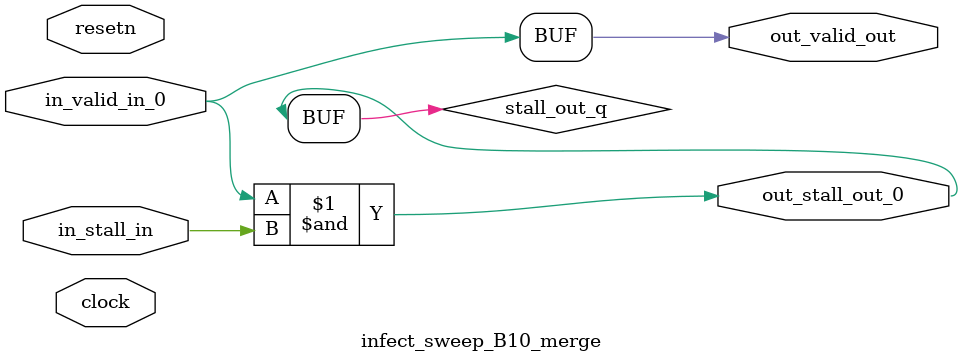
<source format=sv>



(* altera_attribute = "-name AUTO_SHIFT_REGISTER_RECOGNITION OFF; -name MESSAGE_DISABLE 10036; -name MESSAGE_DISABLE 10037; -name MESSAGE_DISABLE 14130; -name MESSAGE_DISABLE 14320; -name MESSAGE_DISABLE 15400; -name MESSAGE_DISABLE 14130; -name MESSAGE_DISABLE 10036; -name MESSAGE_DISABLE 12020; -name MESSAGE_DISABLE 12030; -name MESSAGE_DISABLE 12010; -name MESSAGE_DISABLE 12110; -name MESSAGE_DISABLE 14320; -name MESSAGE_DISABLE 13410; -name MESSAGE_DISABLE 113007; -name MESSAGE_DISABLE 10958" *)
module infect_sweep_B10_merge (
    input wire [0:0] in_stall_in,
    input wire [0:0] in_valid_in_0,
    output wire [0:0] out_stall_out_0,
    output wire [0:0] out_valid_out,
    input wire clock,
    input wire resetn
    );

    wire [0:0] stall_out_q;


    // stall_out(LOGICAL,6)
    assign stall_out_q = in_valid_in_0 & in_stall_in;

    // out_stall_out_0(GPOUT,4)
    assign out_stall_out_0 = stall_out_q;

    // out_valid_out(GPOUT,5)
    assign out_valid_out = in_valid_in_0;

endmodule

</source>
